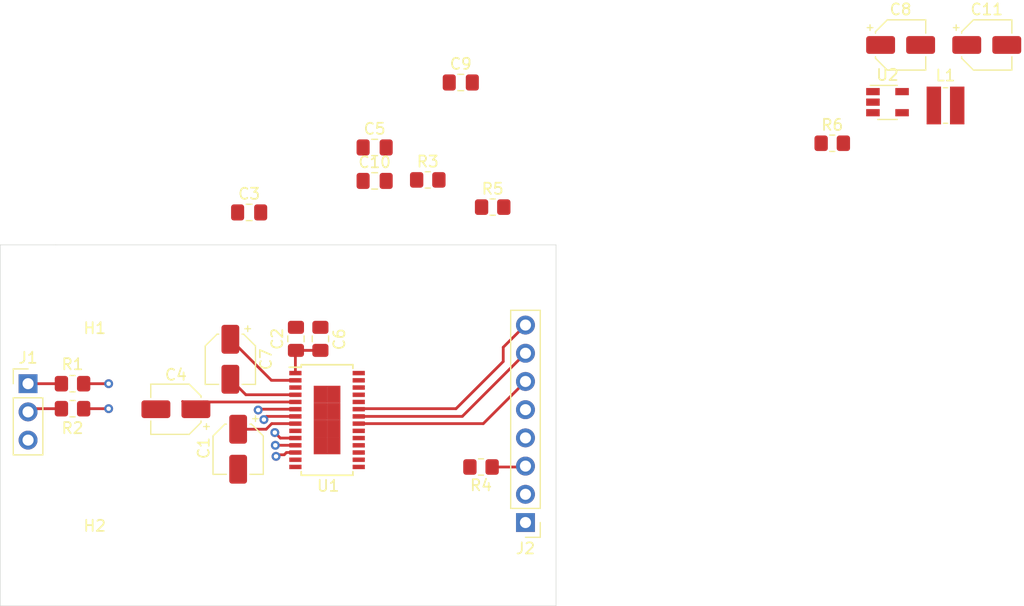
<source format=kicad_pcb>
(kicad_pcb (version 20171130) (host pcbnew "(5.1.9-0-10_14)")

  (general
    (thickness 1.6)
    (drawings 6)
    (tracks 51)
    (zones 0)
    (modules 24)
    (nets 29)
  )

  (page A4)
  (layers
    (0 F.Cu signal)
    (31 B.Cu signal)
    (32 B.Adhes user)
    (33 F.Adhes user)
    (34 B.Paste user)
    (35 F.Paste user)
    (36 B.SilkS user)
    (37 F.SilkS user)
    (38 B.Mask user hide)
    (39 F.Mask user)
    (40 Dwgs.User user)
    (41 Cmts.User user)
    (42 Eco1.User user)
    (43 Eco2.User user)
    (44 Edge.Cuts user)
    (45 Margin user)
    (46 B.CrtYd user)
    (47 F.CrtYd user)
    (48 B.Fab user)
    (49 F.Fab user hide)
  )

  (setup
    (last_trace_width 0.25)
    (trace_clearance 0.2)
    (zone_clearance 0.508)
    (zone_45_only no)
    (trace_min 0.2)
    (via_size 0.8)
    (via_drill 0.4)
    (via_min_size 0.4)
    (via_min_drill 0.3)
    (uvia_size 0.3)
    (uvia_drill 0.1)
    (uvias_allowed no)
    (uvia_min_size 0.2)
    (uvia_min_drill 0.1)
    (edge_width 0.05)
    (segment_width 0.2)
    (pcb_text_width 0.3)
    (pcb_text_size 1.5 1.5)
    (mod_edge_width 0.12)
    (mod_text_size 1 1)
    (mod_text_width 0.15)
    (pad_size 1.524 1.524)
    (pad_drill 0.762)
    (pad_to_mask_clearance 0)
    (aux_axis_origin 0 0)
    (visible_elements FFFFFF7F)
    (pcbplotparams
      (layerselection 0x010fc_ffffffff)
      (usegerberextensions false)
      (usegerberattributes true)
      (usegerberadvancedattributes true)
      (creategerberjobfile true)
      (excludeedgelayer true)
      (linewidth 0.100000)
      (plotframeref false)
      (viasonmask false)
      (mode 1)
      (useauxorigin false)
      (hpglpennumber 1)
      (hpglpenspeed 20)
      (hpglpendiameter 15.000000)
      (psnegative false)
      (psa4output false)
      (plotreference true)
      (plotvalue true)
      (plotinvisibletext false)
      (padsonsilk false)
      (subtractmaskfromsilk false)
      (outputformat 1)
      (mirror false)
      (drillshape 1)
      (scaleselection 1)
      (outputdirectory ""))
  )

  (net 0 "")
  (net 1 GND)
  (net 2 OUTL)
  (net 3 "Net-(C4-Pad1)")
  (net 4 OUTR)
  (net 5 "Net-(C7-Pad2)")
  (net 6 "Net-(C7-Pad1)")
  (net 7 "Net-(C9-Pad2)")
  (net 8 /MUTE)
  (net 9 /SDA)
  (net 10 /SCL)
  (net 11 /LRCK)
  (net 12 /DIN)
  (net 13 /BCK)
  (net 14 "Net-(R1-Pad1)")
  (net 15 "Net-(U1-Pad20)")
  (net 16 "Net-(U1-Pad19)")
  (net 17 "Net-(U1-Pad15)")
  (net 18 "Net-(U1-Pad14)")
  (net 19 "Net-(U1-Pad13)")
  (net 20 "Net-(R2-Pad2)")
  (net 21 "Net-(R3-Pad1)")
  (net 22 "Net-(R4-Pad2)")
  (net 23 "Net-(R5-Pad2)")
  (net 24 /VCC)
  (net 25 +3V3)
  (net 26 /+3.3V)
  (net 27 "Net-(L1-Pad1)")
  (net 28 "Net-(R6-Pad1)")

  (net_class Default "This is the default net class."
    (clearance 0.2)
    (trace_width 0.25)
    (via_dia 0.8)
    (via_drill 0.4)
    (uvia_dia 0.3)
    (uvia_drill 0.1)
    (add_net +3V3)
    (add_net /+3.3V)
    (add_net /BCK)
    (add_net /DIN)
    (add_net /LRCK)
    (add_net /MUTE)
    (add_net /SCL)
    (add_net /SDA)
    (add_net /VCC)
    (add_net GND)
    (add_net "Net-(C4-Pad1)")
    (add_net "Net-(C7-Pad1)")
    (add_net "Net-(C7-Pad2)")
    (add_net "Net-(C9-Pad2)")
    (add_net "Net-(L1-Pad1)")
    (add_net "Net-(R1-Pad1)")
    (add_net "Net-(R2-Pad2)")
    (add_net "Net-(R3-Pad1)")
    (add_net "Net-(R4-Pad2)")
    (add_net "Net-(R5-Pad2)")
    (add_net "Net-(R6-Pad1)")
    (add_net "Net-(U1-Pad13)")
    (add_net "Net-(U1-Pad14)")
    (add_net "Net-(U1-Pad15)")
    (add_net "Net-(U1-Pad19)")
    (add_net "Net-(U1-Pad20)")
    (add_net OUTL)
    (add_net OUTR)
  )

  (module Package_TO_SOT_SMD:TSOT-23-5 (layer F.Cu) (tedit 5A02FF57) (tstamp 607CFAA9)
    (at 209.82 79.65)
    (descr "5-pin TSOT23 package, http://cds.linear.com/docs/en/packaging/SOT_5_05-08-1635.pdf")
    (tags TSOT-23-5)
    (path /607D7373)
    (attr smd)
    (fp_text reference U2 (at 0 -2.45) (layer F.SilkS)
      (effects (font (size 1 1) (thickness 0.15)))
    )
    (fp_text value LM3670MF (at 0 2.5) (layer F.Fab)
      (effects (font (size 1 1) (thickness 0.15)))
    )
    (fp_text user %R (at 0 0 90) (layer F.Fab)
      (effects (font (size 0.5 0.5) (thickness 0.075)))
    )
    (fp_line (start -0.88 1.56) (end 0.88 1.56) (layer F.SilkS) (width 0.12))
    (fp_line (start 0.88 -1.51) (end -1.55 -1.51) (layer F.SilkS) (width 0.12))
    (fp_line (start -0.88 -1) (end -0.43 -1.45) (layer F.Fab) (width 0.1))
    (fp_line (start 0.88 -1.45) (end -0.43 -1.45) (layer F.Fab) (width 0.1))
    (fp_line (start -0.88 -1) (end -0.88 1.45) (layer F.Fab) (width 0.1))
    (fp_line (start 0.88 1.45) (end -0.88 1.45) (layer F.Fab) (width 0.1))
    (fp_line (start 0.88 -1.45) (end 0.88 1.45) (layer F.Fab) (width 0.1))
    (fp_line (start -2.17 -1.7) (end 2.17 -1.7) (layer F.CrtYd) (width 0.05))
    (fp_line (start -2.17 -1.7) (end -2.17 1.7) (layer F.CrtYd) (width 0.05))
    (fp_line (start 2.17 1.7) (end 2.17 -1.7) (layer F.CrtYd) (width 0.05))
    (fp_line (start 2.17 1.7) (end -2.17 1.7) (layer F.CrtYd) (width 0.05))
    (pad 5 smd rect (at 1.31 -0.95) (size 1.22 0.65) (layers F.Cu F.Paste F.Mask)
      (net 27 "Net-(L1-Pad1)"))
    (pad 4 smd rect (at 1.31 0.95) (size 1.22 0.65) (layers F.Cu F.Paste F.Mask)
      (net 26 /+3.3V))
    (pad 3 smd rect (at -1.31 0.95) (size 1.22 0.65) (layers F.Cu F.Paste F.Mask)
      (net 28 "Net-(R6-Pad1)"))
    (pad 2 smd rect (at -1.31 0) (size 1.22 0.65) (layers F.Cu F.Paste F.Mask)
      (net 1 GND))
    (pad 1 smd rect (at -1.31 -0.95) (size 1.22 0.65) (layers F.Cu F.Paste F.Mask)
      (net 24 /VCC))
    (model ${KISYS3DMOD}/Package_TO_SOT_SMD.3dshapes/TSOT-23-5.wrl
      (at (xyz 0 0 0))
      (scale (xyz 1 1 1))
      (rotate (xyz 0 0 0))
    )
  )

  (module Resistor_SMD:R_0805_2012Metric_Pad1.20x1.40mm_HandSolder (layer F.Cu) (tedit 5F68FEEE) (tstamp 607CFA24)
    (at 204.85 83.35)
    (descr "Resistor SMD 0805 (2012 Metric), square (rectangular) end terminal, IPC_7351 nominal with elongated pad for handsoldering. (Body size source: IPC-SM-782 page 72, https://www.pcb-3d.com/wordpress/wp-content/uploads/ipc-sm-782a_amendment_1_and_2.pdf), generated with kicad-footprint-generator")
    (tags "resistor handsolder")
    (path /6086064B)
    (attr smd)
    (fp_text reference R6 (at 0 -1.65) (layer F.SilkS)
      (effects (font (size 1 1) (thickness 0.15)))
    )
    (fp_text value 100K (at 0 1.65) (layer F.Fab)
      (effects (font (size 1 1) (thickness 0.15)))
    )
    (fp_text user %R (at 0 0) (layer F.Fab)
      (effects (font (size 0.5 0.5) (thickness 0.08)))
    )
    (fp_line (start -1 0.625) (end -1 -0.625) (layer F.Fab) (width 0.1))
    (fp_line (start -1 -0.625) (end 1 -0.625) (layer F.Fab) (width 0.1))
    (fp_line (start 1 -0.625) (end 1 0.625) (layer F.Fab) (width 0.1))
    (fp_line (start 1 0.625) (end -1 0.625) (layer F.Fab) (width 0.1))
    (fp_line (start -0.227064 -0.735) (end 0.227064 -0.735) (layer F.SilkS) (width 0.12))
    (fp_line (start -0.227064 0.735) (end 0.227064 0.735) (layer F.SilkS) (width 0.12))
    (fp_line (start -1.85 0.95) (end -1.85 -0.95) (layer F.CrtYd) (width 0.05))
    (fp_line (start -1.85 -0.95) (end 1.85 -0.95) (layer F.CrtYd) (width 0.05))
    (fp_line (start 1.85 -0.95) (end 1.85 0.95) (layer F.CrtYd) (width 0.05))
    (fp_line (start 1.85 0.95) (end -1.85 0.95) (layer F.CrtYd) (width 0.05))
    (pad 2 smd roundrect (at 1 0) (size 1.2 1.4) (layers F.Cu F.Paste F.Mask) (roundrect_rratio 0.208333)
      (net 24 /VCC))
    (pad 1 smd roundrect (at -1 0) (size 1.2 1.4) (layers F.Cu F.Paste F.Mask) (roundrect_rratio 0.208333)
      (net 28 "Net-(R6-Pad1)"))
    (model ${KISYS3DMOD}/Resistor_SMD.3dshapes/R_0805_2012Metric.wrl
      (at (xyz 0 0 0))
      (scale (xyz 1 1 1))
      (rotate (xyz 0 0 0))
    )
  )

  (module Inductor_SMD:L_Wuerth_MAPI-3015 (layer F.Cu) (tedit 5990349D) (tstamp 607CF973)
    (at 215.04 79.95)
    (descr "Inductor, Wuerth Elektronik, Wuerth_MAPI-3015, 3.0mmx3.0mm")
    (tags "inductor Wuerth smd")
    (path /60823A72)
    (attr smd)
    (fp_text reference L1 (at 0 -2.7) (layer F.SilkS)
      (effects (font (size 1 1) (thickness 0.15)))
    )
    (fp_text value 2.2U (at 0 3.2) (layer F.Fab)
      (effects (font (size 1 1) (thickness 0.15)))
    )
    (fp_text user %R (at 0 0) (layer F.Fab)
      (effects (font (size 0.7 0.7) (thickness 0.105)))
    )
    (fp_line (start -1.5 -1.5) (end -1.5 1.5) (layer F.Fab) (width 0.1))
    (fp_line (start -1.5 1.5) (end 1.5 1.5) (layer F.Fab) (width 0.1))
    (fp_line (start 1.5 1.5) (end 1.5 -1.5) (layer F.Fab) (width 0.1))
    (fp_line (start 1.5 -1.5) (end -1.5 -1.5) (layer F.Fab) (width 0.1))
    (fp_line (start -2 -2) (end -2 2) (layer F.CrtYd) (width 0.05))
    (fp_line (start -2 2) (end 2 2) (layer F.CrtYd) (width 0.05))
    (fp_line (start 2 2) (end 2 -2) (layer F.CrtYd) (width 0.05))
    (fp_line (start 2 -2) (end -2 -2) (layer F.CrtYd) (width 0.05))
    (fp_line (start -0.2 -1.6) (end 0.2 -1.6) (layer F.SilkS) (width 0.12))
    (fp_line (start -0.2 1.6) (end 0.2 1.6) (layer F.SilkS) (width 0.12))
    (pad 2 smd rect (at 1.05 0) (size 1.3 3.4) (layers F.Cu F.Paste F.Mask)
      (net 26 /+3.3V))
    (pad 1 smd rect (at -1.05 0) (size 1.3 3.4) (layers F.Cu F.Paste F.Mask)
      (net 27 "Net-(L1-Pad1)"))
    (model ${KISYS3DMOD}/Inductor_SMD.3dshapes/L_Wuerth_MAPI-3015.wrl
      (at (xyz 0 0 0))
      (scale (xyz 1 1 1))
      (rotate (xyz 0 0 0))
    )
  )

  (module Connector_PinHeader_2.54mm:PinHeader_1x08_P2.54mm_Vertical (layer F.Cu) (tedit 59FED5CC) (tstamp 607CF962)
    (at 177.25 117.5 180)
    (descr "Through hole straight pin header, 1x08, 2.54mm pitch, single row")
    (tags "Through hole pin header THT 1x08 2.54mm single row")
    (path /6081D9AD)
    (fp_text reference J2 (at 0 -2.33) (layer F.SilkS)
      (effects (font (size 1 1) (thickness 0.15)))
    )
    (fp_text value Conn_01x08_Male (at 0 20.11) (layer F.Fab)
      (effects (font (size 1 1) (thickness 0.15)))
    )
    (fp_text user %R (at 0 8.89 90) (layer F.Fab)
      (effects (font (size 1 1) (thickness 0.15)))
    )
    (fp_line (start -0.635 -1.27) (end 1.27 -1.27) (layer F.Fab) (width 0.1))
    (fp_line (start 1.27 -1.27) (end 1.27 19.05) (layer F.Fab) (width 0.1))
    (fp_line (start 1.27 19.05) (end -1.27 19.05) (layer F.Fab) (width 0.1))
    (fp_line (start -1.27 19.05) (end -1.27 -0.635) (layer F.Fab) (width 0.1))
    (fp_line (start -1.27 -0.635) (end -0.635 -1.27) (layer F.Fab) (width 0.1))
    (fp_line (start -1.33 19.11) (end 1.33 19.11) (layer F.SilkS) (width 0.12))
    (fp_line (start -1.33 1.27) (end -1.33 19.11) (layer F.SilkS) (width 0.12))
    (fp_line (start 1.33 1.27) (end 1.33 19.11) (layer F.SilkS) (width 0.12))
    (fp_line (start -1.33 1.27) (end 1.33 1.27) (layer F.SilkS) (width 0.12))
    (fp_line (start -1.33 0) (end -1.33 -1.33) (layer F.SilkS) (width 0.12))
    (fp_line (start -1.33 -1.33) (end 0 -1.33) (layer F.SilkS) (width 0.12))
    (fp_line (start -1.8 -1.8) (end -1.8 19.55) (layer F.CrtYd) (width 0.05))
    (fp_line (start -1.8 19.55) (end 1.8 19.55) (layer F.CrtYd) (width 0.05))
    (fp_line (start 1.8 19.55) (end 1.8 -1.8) (layer F.CrtYd) (width 0.05))
    (fp_line (start 1.8 -1.8) (end -1.8 -1.8) (layer F.CrtYd) (width 0.05))
    (pad 8 thru_hole oval (at 0 17.78 180) (size 1.7 1.7) (drill 1) (layers *.Cu *.Mask)
      (net 11 /LRCK))
    (pad 7 thru_hole oval (at 0 15.24 180) (size 1.7 1.7) (drill 1) (layers *.Cu *.Mask)
      (net 12 /DIN))
    (pad 6 thru_hole oval (at 0 12.7 180) (size 1.7 1.7) (drill 1) (layers *.Cu *.Mask)
      (net 13 /BCK))
    (pad 5 thru_hole oval (at 0 10.16 180) (size 1.7 1.7) (drill 1) (layers *.Cu *.Mask)
      (net 10 /SCL))
    (pad 4 thru_hole oval (at 0 7.62 180) (size 1.7 1.7) (drill 1) (layers *.Cu *.Mask)
      (net 9 /SDA))
    (pad 3 thru_hole oval (at 0 5.08 180) (size 1.7 1.7) (drill 1) (layers *.Cu *.Mask)
      (net 8 /MUTE))
    (pad 2 thru_hole oval (at 0 2.54 180) (size 1.7 1.7) (drill 1) (layers *.Cu *.Mask)
      (net 1 GND))
    (pad 1 thru_hole rect (at 0 0 180) (size 1.7 1.7) (drill 1) (layers *.Cu *.Mask)
      (net 24 /VCC))
    (model ${KISYS3DMOD}/Connector_PinHeader_2.54mm.3dshapes/PinHeader_1x08_P2.54mm_Vertical.wrl
      (at (xyz 0 0 0))
      (scale (xyz 1 1 1))
      (rotate (xyz 0 0 0))
    )
  )

  (module Connector_PinHeader_2.54mm:PinHeader_1x03_P2.54mm_Vertical (layer F.Cu) (tedit 59FED5CC) (tstamp 607CF946)
    (at 132.5 105)
    (descr "Through hole straight pin header, 1x03, 2.54mm pitch, single row")
    (tags "Through hole pin header THT 1x03 2.54mm single row")
    (path /608C9FA6)
    (fp_text reference J1 (at 0 -2.33) (layer F.SilkS)
      (effects (font (size 1 1) (thickness 0.15)))
    )
    (fp_text value Conn_01x03_Male (at 0 7.41) (layer F.Fab)
      (effects (font (size 1 1) (thickness 0.15)))
    )
    (fp_text user %R (at 0 2.54 90) (layer F.Fab)
      (effects (font (size 1 1) (thickness 0.15)))
    )
    (fp_line (start -0.635 -1.27) (end 1.27 -1.27) (layer F.Fab) (width 0.1))
    (fp_line (start 1.27 -1.27) (end 1.27 6.35) (layer F.Fab) (width 0.1))
    (fp_line (start 1.27 6.35) (end -1.27 6.35) (layer F.Fab) (width 0.1))
    (fp_line (start -1.27 6.35) (end -1.27 -0.635) (layer F.Fab) (width 0.1))
    (fp_line (start -1.27 -0.635) (end -0.635 -1.27) (layer F.Fab) (width 0.1))
    (fp_line (start -1.33 6.41) (end 1.33 6.41) (layer F.SilkS) (width 0.12))
    (fp_line (start -1.33 1.27) (end -1.33 6.41) (layer F.SilkS) (width 0.12))
    (fp_line (start 1.33 1.27) (end 1.33 6.41) (layer F.SilkS) (width 0.12))
    (fp_line (start -1.33 1.27) (end 1.33 1.27) (layer F.SilkS) (width 0.12))
    (fp_line (start -1.33 0) (end -1.33 -1.33) (layer F.SilkS) (width 0.12))
    (fp_line (start -1.33 -1.33) (end 0 -1.33) (layer F.SilkS) (width 0.12))
    (fp_line (start -1.8 -1.8) (end -1.8 6.85) (layer F.CrtYd) (width 0.05))
    (fp_line (start -1.8 6.85) (end 1.8 6.85) (layer F.CrtYd) (width 0.05))
    (fp_line (start 1.8 6.85) (end 1.8 -1.8) (layer F.CrtYd) (width 0.05))
    (fp_line (start 1.8 -1.8) (end -1.8 -1.8) (layer F.CrtYd) (width 0.05))
    (pad 3 thru_hole oval (at 0 5.08) (size 1.7 1.7) (drill 1) (layers *.Cu *.Mask)
      (net 1 GND))
    (pad 2 thru_hole oval (at 0 2.54) (size 1.7 1.7) (drill 1) (layers *.Cu *.Mask)
      (net 4 OUTR))
    (pad 1 thru_hole rect (at 0 0) (size 1.7 1.7) (drill 1) (layers *.Cu *.Mask)
      (net 2 OUTL))
    (model ${KISYS3DMOD}/Connector_PinHeader_2.54mm.3dshapes/PinHeader_1x03_P2.54mm_Vertical.wrl
      (at (xyz 0 0 0))
      (scale (xyz 1 1 1))
      (rotate (xyz 0 0 0))
    )
  )

  (module Capacitor_SMD:CP_Elec_4x4.5 (layer F.Cu) (tedit 5BCA39CF) (tstamp 607CF913)
    (at 218.75 74.5)
    (descr "SMD capacitor, aluminum electrolytic, Nichicon, 4.0x4.5mm")
    (tags "capacitor electrolytic")
    (path /60824BAF)
    (attr smd)
    (fp_text reference C11 (at 0 -3.2) (layer F.SilkS)
      (effects (font (size 1 1) (thickness 0.15)))
    )
    (fp_text value 10U (at 0 3.2) (layer F.Fab)
      (effects (font (size 1 1) (thickness 0.15)))
    )
    (fp_text user %R (at 0 0) (layer F.Fab)
      (effects (font (size 0.8 0.8) (thickness 0.12)))
    )
    (fp_circle (center 0 0) (end 2 0) (layer F.Fab) (width 0.1))
    (fp_line (start 2.15 -2.15) (end 2.15 2.15) (layer F.Fab) (width 0.1))
    (fp_line (start -1.15 -2.15) (end 2.15 -2.15) (layer F.Fab) (width 0.1))
    (fp_line (start -1.15 2.15) (end 2.15 2.15) (layer F.Fab) (width 0.1))
    (fp_line (start -2.15 -1.15) (end -2.15 1.15) (layer F.Fab) (width 0.1))
    (fp_line (start -2.15 -1.15) (end -1.15 -2.15) (layer F.Fab) (width 0.1))
    (fp_line (start -2.15 1.15) (end -1.15 2.15) (layer F.Fab) (width 0.1))
    (fp_line (start -1.574773 -1) (end -1.174773 -1) (layer F.Fab) (width 0.1))
    (fp_line (start -1.374773 -1.2) (end -1.374773 -0.8) (layer F.Fab) (width 0.1))
    (fp_line (start 2.26 2.26) (end 2.26 1.06) (layer F.SilkS) (width 0.12))
    (fp_line (start 2.26 -2.26) (end 2.26 -1.06) (layer F.SilkS) (width 0.12))
    (fp_line (start -1.195563 -2.26) (end 2.26 -2.26) (layer F.SilkS) (width 0.12))
    (fp_line (start -1.195563 2.26) (end 2.26 2.26) (layer F.SilkS) (width 0.12))
    (fp_line (start -2.26 1.195563) (end -2.26 1.06) (layer F.SilkS) (width 0.12))
    (fp_line (start -2.26 -1.195563) (end -2.26 -1.06) (layer F.SilkS) (width 0.12))
    (fp_line (start -2.26 -1.195563) (end -1.195563 -2.26) (layer F.SilkS) (width 0.12))
    (fp_line (start -2.26 1.195563) (end -1.195563 2.26) (layer F.SilkS) (width 0.12))
    (fp_line (start -3 -1.56) (end -2.5 -1.56) (layer F.SilkS) (width 0.12))
    (fp_line (start -2.75 -1.81) (end -2.75 -1.31) (layer F.SilkS) (width 0.12))
    (fp_line (start 2.4 -2.4) (end 2.4 -1.05) (layer F.CrtYd) (width 0.05))
    (fp_line (start 2.4 -1.05) (end 3.35 -1.05) (layer F.CrtYd) (width 0.05))
    (fp_line (start 3.35 -1.05) (end 3.35 1.05) (layer F.CrtYd) (width 0.05))
    (fp_line (start 3.35 1.05) (end 2.4 1.05) (layer F.CrtYd) (width 0.05))
    (fp_line (start 2.4 1.05) (end 2.4 2.4) (layer F.CrtYd) (width 0.05))
    (fp_line (start -1.25 2.4) (end 2.4 2.4) (layer F.CrtYd) (width 0.05))
    (fp_line (start -1.25 -2.4) (end 2.4 -2.4) (layer F.CrtYd) (width 0.05))
    (fp_line (start -2.4 1.25) (end -1.25 2.4) (layer F.CrtYd) (width 0.05))
    (fp_line (start -2.4 -1.25) (end -1.25 -2.4) (layer F.CrtYd) (width 0.05))
    (fp_line (start -2.4 -1.25) (end -2.4 -1.05) (layer F.CrtYd) (width 0.05))
    (fp_line (start -2.4 1.05) (end -2.4 1.25) (layer F.CrtYd) (width 0.05))
    (fp_line (start -2.4 -1.05) (end -3.35 -1.05) (layer F.CrtYd) (width 0.05))
    (fp_line (start -3.35 -1.05) (end -3.35 1.05) (layer F.CrtYd) (width 0.05))
    (fp_line (start -3.35 1.05) (end -2.4 1.05) (layer F.CrtYd) (width 0.05))
    (pad 2 smd roundrect (at 1.8 0) (size 2.6 1.6) (layers F.Cu F.Paste F.Mask) (roundrect_rratio 0.15625)
      (net 26 /+3.3V))
    (pad 1 smd roundrect (at -1.8 0) (size 2.6 1.6) (layers F.Cu F.Paste F.Mask) (roundrect_rratio 0.15625)
      (net 1 GND))
    (model ${KISYS3DMOD}/Capacitor_SMD.3dshapes/CP_Elec_4x4.5.wrl
      (at (xyz 0 0 0))
      (scale (xyz 1 1 1))
      (rotate (xyz 0 0 0))
    )
  )

  (module Capacitor_SMD:CP_Elec_4x4.5 (layer F.Cu) (tedit 5BCA39CF) (tstamp 607CF8AB)
    (at 211 74.5)
    (descr "SMD capacitor, aluminum electrolytic, Nichicon, 4.0x4.5mm")
    (tags "capacitor electrolytic")
    (path /60842A87)
    (attr smd)
    (fp_text reference C8 (at 0 -3.2) (layer F.SilkS)
      (effects (font (size 1 1) (thickness 0.15)))
    )
    (fp_text value 4.7U (at 0 3.2) (layer F.Fab)
      (effects (font (size 1 1) (thickness 0.15)))
    )
    (fp_text user %R (at 0 0) (layer F.Fab)
      (effects (font (size 0.8 0.8) (thickness 0.12)))
    )
    (fp_circle (center 0 0) (end 2 0) (layer F.Fab) (width 0.1))
    (fp_line (start 2.15 -2.15) (end 2.15 2.15) (layer F.Fab) (width 0.1))
    (fp_line (start -1.15 -2.15) (end 2.15 -2.15) (layer F.Fab) (width 0.1))
    (fp_line (start -1.15 2.15) (end 2.15 2.15) (layer F.Fab) (width 0.1))
    (fp_line (start -2.15 -1.15) (end -2.15 1.15) (layer F.Fab) (width 0.1))
    (fp_line (start -2.15 -1.15) (end -1.15 -2.15) (layer F.Fab) (width 0.1))
    (fp_line (start -2.15 1.15) (end -1.15 2.15) (layer F.Fab) (width 0.1))
    (fp_line (start -1.574773 -1) (end -1.174773 -1) (layer F.Fab) (width 0.1))
    (fp_line (start -1.374773 -1.2) (end -1.374773 -0.8) (layer F.Fab) (width 0.1))
    (fp_line (start 2.26 2.26) (end 2.26 1.06) (layer F.SilkS) (width 0.12))
    (fp_line (start 2.26 -2.26) (end 2.26 -1.06) (layer F.SilkS) (width 0.12))
    (fp_line (start -1.195563 -2.26) (end 2.26 -2.26) (layer F.SilkS) (width 0.12))
    (fp_line (start -1.195563 2.26) (end 2.26 2.26) (layer F.SilkS) (width 0.12))
    (fp_line (start -2.26 1.195563) (end -2.26 1.06) (layer F.SilkS) (width 0.12))
    (fp_line (start -2.26 -1.195563) (end -2.26 -1.06) (layer F.SilkS) (width 0.12))
    (fp_line (start -2.26 -1.195563) (end -1.195563 -2.26) (layer F.SilkS) (width 0.12))
    (fp_line (start -2.26 1.195563) (end -1.195563 2.26) (layer F.SilkS) (width 0.12))
    (fp_line (start -3 -1.56) (end -2.5 -1.56) (layer F.SilkS) (width 0.12))
    (fp_line (start -2.75 -1.81) (end -2.75 -1.31) (layer F.SilkS) (width 0.12))
    (fp_line (start 2.4 -2.4) (end 2.4 -1.05) (layer F.CrtYd) (width 0.05))
    (fp_line (start 2.4 -1.05) (end 3.35 -1.05) (layer F.CrtYd) (width 0.05))
    (fp_line (start 3.35 -1.05) (end 3.35 1.05) (layer F.CrtYd) (width 0.05))
    (fp_line (start 3.35 1.05) (end 2.4 1.05) (layer F.CrtYd) (width 0.05))
    (fp_line (start 2.4 1.05) (end 2.4 2.4) (layer F.CrtYd) (width 0.05))
    (fp_line (start -1.25 2.4) (end 2.4 2.4) (layer F.CrtYd) (width 0.05))
    (fp_line (start -1.25 -2.4) (end 2.4 -2.4) (layer F.CrtYd) (width 0.05))
    (fp_line (start -2.4 1.25) (end -1.25 2.4) (layer F.CrtYd) (width 0.05))
    (fp_line (start -2.4 -1.25) (end -1.25 -2.4) (layer F.CrtYd) (width 0.05))
    (fp_line (start -2.4 -1.25) (end -2.4 -1.05) (layer F.CrtYd) (width 0.05))
    (fp_line (start -2.4 1.05) (end -2.4 1.25) (layer F.CrtYd) (width 0.05))
    (fp_line (start -2.4 -1.05) (end -3.35 -1.05) (layer F.CrtYd) (width 0.05))
    (fp_line (start -3.35 -1.05) (end -3.35 1.05) (layer F.CrtYd) (width 0.05))
    (fp_line (start -3.35 1.05) (end -2.4 1.05) (layer F.CrtYd) (width 0.05))
    (pad 2 smd roundrect (at 1.8 0) (size 2.6 1.6) (layers F.Cu F.Paste F.Mask) (roundrect_rratio 0.15625)
      (net 1 GND))
    (pad 1 smd roundrect (at -1.8 0) (size 2.6 1.6) (layers F.Cu F.Paste F.Mask) (roundrect_rratio 0.15625)
      (net 24 /VCC))
    (model ${KISYS3DMOD}/Capacitor_SMD.3dshapes/CP_Elec_4x4.5.wrl
      (at (xyz 0 0 0))
      (scale (xyz 1 1 1))
      (rotate (xyz 0 0 0))
    )
  )

  (module Package_SO:TSSOP-28-1EP_4.4x9.7mm_P0.65mm (layer F.Cu) (tedit 5A02F25C) (tstamp 607B5AD0)
    (at 159.4 108.27125)
    (descr "TSSOP28: plastic thin shrink small outline package; 28 leads; body width 4.4 mm; Exposed Pad Variation; (see NXP SSOP-TSSOP-VSO-REFLOW.pdf and sot361-1_po.pdf)")
    (tags "SSOP 0.65")
    (path /6073097A)
    (attr smd)
    (fp_text reference U1 (at 0.1 5.92875) (layer F.SilkS)
      (effects (font (size 1 1) (thickness 0.15)))
    )
    (fp_text value PCM512x (at 0 5.9) (layer F.Fab)
      (effects (font (size 1 1) (thickness 0.15)))
    )
    (fp_text user %R (at 0 0) (layer F.Fab)
      (effects (font (size 0.8 0.8) (thickness 0.15)))
    )
    (fp_line (start -1.2 -4.85) (end 2.2 -4.85) (layer F.Fab) (width 0.15))
    (fp_line (start 2.2 -4.85) (end 2.2 4.85) (layer F.Fab) (width 0.15))
    (fp_line (start 2.2 4.85) (end -2.2 4.85) (layer F.Fab) (width 0.15))
    (fp_line (start -2.2 4.85) (end -2.2 -3.85) (layer F.Fab) (width 0.15))
    (fp_line (start -2.2 -3.85) (end -1.2 -4.85) (layer F.Fab) (width 0.15))
    (fp_line (start -3.65 -5.15) (end -3.65 5.15) (layer F.CrtYd) (width 0.05))
    (fp_line (start 3.65 -5.15) (end 3.65 5.15) (layer F.CrtYd) (width 0.05))
    (fp_line (start -3.65 -5.15) (end 3.65 -5.15) (layer F.CrtYd) (width 0.05))
    (fp_line (start -3.65 5.15) (end 3.65 5.15) (layer F.CrtYd) (width 0.05))
    (fp_line (start -2.325 -4.975) (end -2.325 -4.75) (layer F.SilkS) (width 0.15))
    (fp_line (start 2.325 -4.975) (end 2.325 -4.65) (layer F.SilkS) (width 0.15))
    (fp_line (start 2.325 4.975) (end 2.325 4.65) (layer F.SilkS) (width 0.15))
    (fp_line (start -2.325 4.975) (end -2.325 4.65) (layer F.SilkS) (width 0.15))
    (fp_line (start -2.325 -4.975) (end 2.325 -4.975) (layer F.SilkS) (width 0.15))
    (fp_line (start -2.325 4.975) (end 2.325 4.975) (layer F.SilkS) (width 0.15))
    (fp_line (start -2.325 -4.75) (end -3.4 -4.75) (layer F.SilkS) (width 0.15))
    (pad 29 smd rect (at -0.6 -2.31375) (size 1.2 1.5425) (layers F.Cu F.Paste F.Mask)
      (solder_paste_margin_ratio -0.2))
    (pad 29 smd rect (at -0.6 -0.77125) (size 1.2 1.5425) (layers F.Cu F.Paste F.Mask)
      (solder_paste_margin_ratio -0.2))
    (pad 29 smd rect (at -0.6 0.77125) (size 1.2 1.5425) (layers F.Cu F.Paste F.Mask)
      (solder_paste_margin_ratio -0.2))
    (pad 29 smd rect (at -0.6 2.31375) (size 1.2 1.5425) (layers F.Cu F.Paste F.Mask)
      (solder_paste_margin_ratio -0.2))
    (pad 29 smd rect (at 0.6 -2.31375) (size 1.2 1.5425) (layers F.Cu F.Paste F.Mask)
      (solder_paste_margin_ratio -0.2))
    (pad 29 smd rect (at 0.6 -0.77125) (size 1.2 1.5425) (layers F.Cu F.Paste F.Mask)
      (solder_paste_margin_ratio -0.2))
    (pad 29 smd rect (at 0.6 0.77125) (size 1.2 1.5425) (layers F.Cu F.Paste F.Mask)
      (solder_paste_margin_ratio -0.2))
    (pad 29 smd rect (at 0.6 2.31375) (size 1.2 1.5425) (layers F.Cu F.Paste F.Mask)
      (solder_paste_margin_ratio -0.2))
    (pad 28 smd rect (at 2.85 -4.225) (size 1.1 0.4) (layers F.Cu F.Paste F.Mask)
      (net 25 +3V3))
    (pad 27 smd rect (at 2.85 -3.575) (size 1.1 0.4) (layers F.Cu F.Paste F.Mask)
      (net 1 GND))
    (pad 26 smd rect (at 2.85 -2.925) (size 1.1 0.4) (layers F.Cu F.Paste F.Mask)
      (net 7 "Net-(C9-Pad2)"))
    (pad 25 smd rect (at 2.85 -2.275) (size 1.1 0.4) (layers F.Cu F.Paste F.Mask)
      (net 22 "Net-(R4-Pad2)"))
    (pad 24 smd rect (at 2.85 -1.625) (size 1.1 0.4) (layers F.Cu F.Paste F.Mask)
      (net 1 GND))
    (pad 23 smd rect (at 2.85 -0.975) (size 1.1 0.4) (layers F.Cu F.Paste F.Mask)
      (net 11 /LRCK))
    (pad 22 smd rect (at 2.85 -0.325) (size 1.1 0.4) (layers F.Cu F.Paste F.Mask)
      (net 12 /DIN))
    (pad 21 smd rect (at 2.85 0.325) (size 1.1 0.4) (layers F.Cu F.Paste F.Mask)
      (net 13 /BCK))
    (pad 20 smd rect (at 2.85 0.975) (size 1.1 0.4) (layers F.Cu F.Paste F.Mask)
      (net 15 "Net-(U1-Pad20)"))
    (pad 19 smd rect (at 2.85 1.625) (size 1.1 0.4) (layers F.Cu F.Paste F.Mask)
      (net 16 "Net-(U1-Pad19)"))
    (pad 18 smd rect (at 2.85 2.275) (size 1.1 0.4) (layers F.Cu F.Paste F.Mask)
      (net 23 "Net-(R5-Pad2)"))
    (pad 17 smd rect (at 2.85 2.925) (size 1.1 0.4) (layers F.Cu F.Paste F.Mask)
      (net 1 GND))
    (pad 16 smd rect (at 2.85 3.575) (size 1.1 0.4) (layers F.Cu F.Paste F.Mask)
      (net 1 GND))
    (pad 15 smd rect (at 2.85 4.225) (size 1.1 0.4) (layers F.Cu F.Paste F.Mask)
      (net 17 "Net-(U1-Pad15)"))
    (pad 14 smd rect (at -2.85 4.225) (size 1.1 0.4) (layers F.Cu F.Paste F.Mask)
      (net 18 "Net-(U1-Pad14)"))
    (pad 13 smd rect (at -2.85 3.575) (size 1.1 0.4) (layers F.Cu F.Paste F.Mask)
      (net 19 "Net-(U1-Pad13)"))
    (pad 12 smd rect (at -2.85 2.925) (size 1.1 0.4) (layers F.Cu F.Paste F.Mask)
      (net 10 /SCL))
    (pad 11 smd rect (at -2.85 2.275) (size 1.1 0.4) (layers F.Cu F.Paste F.Mask)
      (net 9 /SDA))
    (pad 10 smd rect (at -2.85 1.625) (size 1.1 0.4) (layers F.Cu F.Paste F.Mask)
      (net 21 "Net-(R3-Pad1)"))
    (pad 9 smd rect (at -2.85 0.975) (size 1.1 0.4) (layers F.Cu F.Paste F.Mask)
      (net 1 GND))
    (pad 8 smd rect (at -2.85 0.325) (size 1.1 0.4) (layers F.Cu F.Paste F.Mask)
      (net 24 /VCC))
    (pad 7 smd rect (at -2.85 -0.325) (size 1.1 0.4) (layers F.Cu F.Paste F.Mask)
      (net 20 "Net-(R2-Pad2)"))
    (pad 6 smd rect (at -2.85 -0.975) (size 1.1 0.4) (layers F.Cu F.Paste F.Mask)
      (net 14 "Net-(R1-Pad1)"))
    (pad 5 smd rect (at -2.85 -1.625) (size 1.1 0.4) (layers F.Cu F.Paste F.Mask)
      (net 3 "Net-(C4-Pad1)"))
    (pad 4 smd rect (at -2.85 -2.275) (size 1.1 0.4) (layers F.Cu F.Paste F.Mask)
      (net 5 "Net-(C7-Pad2)"))
    (pad 3 smd rect (at -2.85 -2.925) (size 1.1 0.4) (layers F.Cu F.Paste F.Mask)
      (net 1 GND))
    (pad 2 smd rect (at -2.85 -3.575) (size 1.1 0.4) (layers F.Cu F.Paste F.Mask)
      (net 6 "Net-(C7-Pad1)"))
    (pad 1 smd rect (at -2.85 -4.225) (size 1.1 0.4) (layers F.Cu F.Paste F.Mask)
      (net 24 /VCC))
    (model ${KISYS3DMOD}/Package_SO.3dshapes/TSSOP-28_4.4x9.7mm_Pitch0.65mm.wrl
      (at (xyz 0 0 0))
      (scale (xyz 1 1 1))
      (rotate (xyz 0 0 0))
    )
  )

  (module Resistor_SMD:R_0805_2012Metric_Pad1.20x1.40mm_HandSolder (layer F.Cu) (tedit 5F68FEEE) (tstamp 607B5A97)
    (at 174.3 89.1)
    (descr "Resistor SMD 0805 (2012 Metric), square (rectangular) end terminal, IPC_7351 nominal with elongated pad for handsoldering. (Body size source: IPC-SM-782 page 72, https://www.pcb-3d.com/wordpress/wp-content/uploads/ipc-sm-782a_amendment_1_and_2.pdf), generated with kicad-footprint-generator")
    (tags "resistor handsolder")
    (path /60B72279)
    (attr smd)
    (fp_text reference R5 (at 0 -1.65) (layer F.SilkS)
      (effects (font (size 1 1) (thickness 0.15)))
    )
    (fp_text value 10K (at 0 1.65) (layer F.Fab)
      (effects (font (size 1 1) (thickness 0.15)))
    )
    (fp_text user %R (at 0 0) (layer F.Fab)
      (effects (font (size 0.5 0.5) (thickness 0.08)))
    )
    (fp_line (start -1 0.625) (end -1 -0.625) (layer F.Fab) (width 0.1))
    (fp_line (start -1 -0.625) (end 1 -0.625) (layer F.Fab) (width 0.1))
    (fp_line (start 1 -0.625) (end 1 0.625) (layer F.Fab) (width 0.1))
    (fp_line (start 1 0.625) (end -1 0.625) (layer F.Fab) (width 0.1))
    (fp_line (start -0.227064 -0.735) (end 0.227064 -0.735) (layer F.SilkS) (width 0.12))
    (fp_line (start -0.227064 0.735) (end 0.227064 0.735) (layer F.SilkS) (width 0.12))
    (fp_line (start -1.85 0.95) (end -1.85 -0.95) (layer F.CrtYd) (width 0.05))
    (fp_line (start -1.85 -0.95) (end 1.85 -0.95) (layer F.CrtYd) (width 0.05))
    (fp_line (start 1.85 -0.95) (end 1.85 0.95) (layer F.CrtYd) (width 0.05))
    (fp_line (start 1.85 0.95) (end -1.85 0.95) (layer F.CrtYd) (width 0.05))
    (pad 2 smd roundrect (at 1 0) (size 1.2 1.4) (layers F.Cu F.Paste F.Mask) (roundrect_rratio 0.208333)
      (net 23 "Net-(R5-Pad2)"))
    (pad 1 smd roundrect (at -1 0) (size 1.2 1.4) (layers F.Cu F.Paste F.Mask) (roundrect_rratio 0.208333)
      (net 25 +3V3))
    (model ${KISYS3DMOD}/Resistor_SMD.3dshapes/R_0805_2012Metric.wrl
      (at (xyz 0 0 0))
      (scale (xyz 1 1 1))
      (rotate (xyz 0 0 0))
    )
  )

  (module Resistor_SMD:R_0805_2012Metric_Pad1.20x1.40mm_HandSolder (layer F.Cu) (tedit 5F68FEEE) (tstamp 607B753A)
    (at 173.25 112.5 180)
    (descr "Resistor SMD 0805 (2012 Metric), square (rectangular) end terminal, IPC_7351 nominal with elongated pad for handsoldering. (Body size source: IPC-SM-782 page 72, https://www.pcb-3d.com/wordpress/wp-content/uploads/ipc-sm-782a_amendment_1_and_2.pdf), generated with kicad-footprint-generator")
    (tags "resistor handsolder")
    (path /60B66A85)
    (attr smd)
    (fp_text reference R4 (at 0 -1.65) (layer F.SilkS)
      (effects (font (size 1 1) (thickness 0.15)))
    )
    (fp_text value 10K (at 0 1.65) (layer F.Fab)
      (effects (font (size 1 1) (thickness 0.15)))
    )
    (fp_text user %R (at 0 0) (layer F.Fab)
      (effects (font (size 0.5 0.5) (thickness 0.08)))
    )
    (fp_line (start -1 0.625) (end -1 -0.625) (layer F.Fab) (width 0.1))
    (fp_line (start -1 -0.625) (end 1 -0.625) (layer F.Fab) (width 0.1))
    (fp_line (start 1 -0.625) (end 1 0.625) (layer F.Fab) (width 0.1))
    (fp_line (start 1 0.625) (end -1 0.625) (layer F.Fab) (width 0.1))
    (fp_line (start -0.227064 -0.735) (end 0.227064 -0.735) (layer F.SilkS) (width 0.12))
    (fp_line (start -0.227064 0.735) (end 0.227064 0.735) (layer F.SilkS) (width 0.12))
    (fp_line (start -1.85 0.95) (end -1.85 -0.95) (layer F.CrtYd) (width 0.05))
    (fp_line (start -1.85 -0.95) (end 1.85 -0.95) (layer F.CrtYd) (width 0.05))
    (fp_line (start 1.85 -0.95) (end 1.85 0.95) (layer F.CrtYd) (width 0.05))
    (fp_line (start 1.85 0.95) (end -1.85 0.95) (layer F.CrtYd) (width 0.05))
    (pad 2 smd roundrect (at 1 0 180) (size 1.2 1.4) (layers F.Cu F.Paste F.Mask) (roundrect_rratio 0.208333)
      (net 22 "Net-(R4-Pad2)"))
    (pad 1 smd roundrect (at -1 0 180) (size 1.2 1.4) (layers F.Cu F.Paste F.Mask) (roundrect_rratio 0.208333)
      (net 8 /MUTE))
    (model ${KISYS3DMOD}/Resistor_SMD.3dshapes/R_0805_2012Metric.wrl
      (at (xyz 0 0 0))
      (scale (xyz 1 1 1))
      (rotate (xyz 0 0 0))
    )
  )

  (module Resistor_SMD:R_0805_2012Metric_Pad1.20x1.40mm_HandSolder (layer F.Cu) (tedit 5F68FEEE) (tstamp 607B74D9)
    (at 168.46 86.65)
    (descr "Resistor SMD 0805 (2012 Metric), square (rectangular) end terminal, IPC_7351 nominal with elongated pad for handsoldering. (Body size source: IPC-SM-782 page 72, https://www.pcb-3d.com/wordpress/wp-content/uploads/ipc-sm-782a_amendment_1_and_2.pdf), generated with kicad-footprint-generator")
    (tags "resistor handsolder")
    (path /60B5DB49)
    (attr smd)
    (fp_text reference R3 (at 0 -1.65) (layer F.SilkS)
      (effects (font (size 1 1) (thickness 0.15)))
    )
    (fp_text value 10K (at 0 1.65) (layer F.Fab)
      (effects (font (size 1 1) (thickness 0.15)))
    )
    (fp_text user %R (at 0 0) (layer F.Fab)
      (effects (font (size 0.5 0.5) (thickness 0.08)))
    )
    (fp_line (start -1 0.625) (end -1 -0.625) (layer F.Fab) (width 0.1))
    (fp_line (start -1 -0.625) (end 1 -0.625) (layer F.Fab) (width 0.1))
    (fp_line (start 1 -0.625) (end 1 0.625) (layer F.Fab) (width 0.1))
    (fp_line (start 1 0.625) (end -1 0.625) (layer F.Fab) (width 0.1))
    (fp_line (start -0.227064 -0.735) (end 0.227064 -0.735) (layer F.SilkS) (width 0.12))
    (fp_line (start -0.227064 0.735) (end 0.227064 0.735) (layer F.SilkS) (width 0.12))
    (fp_line (start -1.85 0.95) (end -1.85 -0.95) (layer F.CrtYd) (width 0.05))
    (fp_line (start -1.85 -0.95) (end 1.85 -0.95) (layer F.CrtYd) (width 0.05))
    (fp_line (start 1.85 -0.95) (end 1.85 0.95) (layer F.CrtYd) (width 0.05))
    (fp_line (start 1.85 0.95) (end -1.85 0.95) (layer F.CrtYd) (width 0.05))
    (pad 2 smd roundrect (at 1 0) (size 1.2 1.4) (layers F.Cu F.Paste F.Mask) (roundrect_rratio 0.208333)
      (net 1 GND))
    (pad 1 smd roundrect (at -1 0) (size 1.2 1.4) (layers F.Cu F.Paste F.Mask) (roundrect_rratio 0.208333)
      (net 21 "Net-(R3-Pad1)"))
    (model ${KISYS3DMOD}/Resistor_SMD.3dshapes/R_0805_2012Metric.wrl
      (at (xyz 0 0 0))
      (scale (xyz 1 1 1))
      (rotate (xyz 0 0 0))
    )
  )

  (module Resistor_SMD:R_0805_2012Metric_Pad1.20x1.40mm_HandSolder (layer F.Cu) (tedit 5F68FEEE) (tstamp 607B5A64)
    (at 136.5 107.25)
    (descr "Resistor SMD 0805 (2012 Metric), square (rectangular) end terminal, IPC_7351 nominal with elongated pad for handsoldering. (Body size source: IPC-SM-782 page 72, https://www.pcb-3d.com/wordpress/wp-content/uploads/ipc-sm-782a_amendment_1_and_2.pdf), generated with kicad-footprint-generator")
    (tags "resistor handsolder")
    (path /6074546B)
    (attr smd)
    (fp_text reference R2 (at 0 1.75) (layer F.SilkS)
      (effects (font (size 1 1) (thickness 0.15)))
    )
    (fp_text value 470 (at 0 1.65) (layer F.Fab)
      (effects (font (size 1 1) (thickness 0.15)))
    )
    (fp_text user %R (at 0 0) (layer F.Fab)
      (effects (font (size 0.5 0.5) (thickness 0.08)))
    )
    (fp_line (start -1 0.625) (end -1 -0.625) (layer F.Fab) (width 0.1))
    (fp_line (start -1 -0.625) (end 1 -0.625) (layer F.Fab) (width 0.1))
    (fp_line (start 1 -0.625) (end 1 0.625) (layer F.Fab) (width 0.1))
    (fp_line (start 1 0.625) (end -1 0.625) (layer F.Fab) (width 0.1))
    (fp_line (start -0.227064 -0.735) (end 0.227064 -0.735) (layer F.SilkS) (width 0.12))
    (fp_line (start -0.227064 0.735) (end 0.227064 0.735) (layer F.SilkS) (width 0.12))
    (fp_line (start -1.85 0.95) (end -1.85 -0.95) (layer F.CrtYd) (width 0.05))
    (fp_line (start -1.85 -0.95) (end 1.85 -0.95) (layer F.CrtYd) (width 0.05))
    (fp_line (start 1.85 -0.95) (end 1.85 0.95) (layer F.CrtYd) (width 0.05))
    (fp_line (start 1.85 0.95) (end -1.85 0.95) (layer F.CrtYd) (width 0.05))
    (pad 2 smd roundrect (at 1 0) (size 1.2 1.4) (layers F.Cu F.Paste F.Mask) (roundrect_rratio 0.208333)
      (net 20 "Net-(R2-Pad2)"))
    (pad 1 smd roundrect (at -1 0) (size 1.2 1.4) (layers F.Cu F.Paste F.Mask) (roundrect_rratio 0.208333)
      (net 4 OUTR))
    (model ${KISYS3DMOD}/Resistor_SMD.3dshapes/R_0805_2012Metric.wrl
      (at (xyz 0 0 0))
      (scale (xyz 1 1 1))
      (rotate (xyz 0 0 0))
    )
  )

  (module Resistor_SMD:R_0805_2012Metric_Pad1.20x1.40mm_HandSolder (layer F.Cu) (tedit 5F68FEEE) (tstamp 607B761E)
    (at 136.5 105 180)
    (descr "Resistor SMD 0805 (2012 Metric), square (rectangular) end terminal, IPC_7351 nominal with elongated pad for handsoldering. (Body size source: IPC-SM-782 page 72, https://www.pcb-3d.com/wordpress/wp-content/uploads/ipc-sm-782a_amendment_1_and_2.pdf), generated with kicad-footprint-generator")
    (tags "resistor handsolder")
    (path /60742813)
    (attr smd)
    (fp_text reference R1 (at 0 1.75) (layer F.SilkS)
      (effects (font (size 1 1) (thickness 0.15)))
    )
    (fp_text value 470 (at 0 1.65) (layer F.Fab)
      (effects (font (size 1 1) (thickness 0.15)))
    )
    (fp_text user %R (at 0 0) (layer F.Fab)
      (effects (font (size 0.5 0.5) (thickness 0.08)))
    )
    (fp_line (start -1 0.625) (end -1 -0.625) (layer F.Fab) (width 0.1))
    (fp_line (start -1 -0.625) (end 1 -0.625) (layer F.Fab) (width 0.1))
    (fp_line (start 1 -0.625) (end 1 0.625) (layer F.Fab) (width 0.1))
    (fp_line (start 1 0.625) (end -1 0.625) (layer F.Fab) (width 0.1))
    (fp_line (start -0.227064 -0.735) (end 0.227064 -0.735) (layer F.SilkS) (width 0.12))
    (fp_line (start -0.227064 0.735) (end 0.227064 0.735) (layer F.SilkS) (width 0.12))
    (fp_line (start -1.85 0.95) (end -1.85 -0.95) (layer F.CrtYd) (width 0.05))
    (fp_line (start -1.85 -0.95) (end 1.85 -0.95) (layer F.CrtYd) (width 0.05))
    (fp_line (start 1.85 -0.95) (end 1.85 0.95) (layer F.CrtYd) (width 0.05))
    (fp_line (start 1.85 0.95) (end -1.85 0.95) (layer F.CrtYd) (width 0.05))
    (pad 2 smd roundrect (at 1 0 180) (size 1.2 1.4) (layers F.Cu F.Paste F.Mask) (roundrect_rratio 0.208333)
      (net 2 OUTL))
    (pad 1 smd roundrect (at -1 0 180) (size 1.2 1.4) (layers F.Cu F.Paste F.Mask) (roundrect_rratio 0.208333)
      (net 14 "Net-(R1-Pad1)"))
    (model ${KISYS3DMOD}/Resistor_SMD.3dshapes/R_0805_2012Metric.wrl
      (at (xyz 0 0 0))
      (scale (xyz 1 1 1))
      (rotate (xyz 0 0 0))
    )
  )

  (module Capacitor_SMD:C_0805_2012Metric_Pad1.18x1.45mm_HandSolder (layer F.Cu) (tedit 5F68FEEF) (tstamp 607B59EA)
    (at 163.68 86.74)
    (descr "Capacitor SMD 0805 (2012 Metric), square (rectangular) end terminal, IPC_7351 nominal with elongated pad for handsoldering. (Body size source: IPC-SM-782 page 76, https://www.pcb-3d.com/wordpress/wp-content/uploads/ipc-sm-782a_amendment_1_and_2.pdf, https://docs.google.com/spreadsheets/d/1BsfQQcO9C6DZCsRaXUlFlo91Tg2WpOkGARC1WS5S8t0/edit?usp=sharing), generated with kicad-footprint-generator")
    (tags "capacitor handsolder")
    (path /607505C7)
    (attr smd)
    (fp_text reference C10 (at 0 -1.68) (layer F.SilkS)
      (effects (font (size 1 1) (thickness 0.15)))
    )
    (fp_text value 2.2U (at 0 1.68) (layer F.Fab)
      (effects (font (size 1 1) (thickness 0.15)))
    )
    (fp_text user %R (at 0 0) (layer F.Fab)
      (effects (font (size 0.5 0.5) (thickness 0.08)))
    )
    (fp_line (start -1 0.625) (end -1 -0.625) (layer F.Fab) (width 0.1))
    (fp_line (start -1 -0.625) (end 1 -0.625) (layer F.Fab) (width 0.1))
    (fp_line (start 1 -0.625) (end 1 0.625) (layer F.Fab) (width 0.1))
    (fp_line (start 1 0.625) (end -1 0.625) (layer F.Fab) (width 0.1))
    (fp_line (start -0.261252 -0.735) (end 0.261252 -0.735) (layer F.SilkS) (width 0.12))
    (fp_line (start -0.261252 0.735) (end 0.261252 0.735) (layer F.SilkS) (width 0.12))
    (fp_line (start -1.88 0.98) (end -1.88 -0.98) (layer F.CrtYd) (width 0.05))
    (fp_line (start -1.88 -0.98) (end 1.88 -0.98) (layer F.CrtYd) (width 0.05))
    (fp_line (start 1.88 -0.98) (end 1.88 0.98) (layer F.CrtYd) (width 0.05))
    (fp_line (start 1.88 0.98) (end -1.88 0.98) (layer F.CrtYd) (width 0.05))
    (pad 2 smd roundrect (at 1.0375 0) (size 1.175 1.45) (layers F.Cu F.Paste F.Mask) (roundrect_rratio 0.212766)
      (net 25 +3V3))
    (pad 1 smd roundrect (at -1.0375 0) (size 1.175 1.45) (layers F.Cu F.Paste F.Mask) (roundrect_rratio 0.212766)
      (net 1 GND))
    (model ${KISYS3DMOD}/Capacitor_SMD.3dshapes/C_0805_2012Metric.wrl
      (at (xyz 0 0 0))
      (scale (xyz 1 1 1))
      (rotate (xyz 0 0 0))
    )
  )

  (module Capacitor_SMD:C_0805_2012Metric_Pad1.18x1.45mm_HandSolder (layer F.Cu) (tedit 5F68FEEF) (tstamp 607B59D9)
    (at 171.43 77.88)
    (descr "Capacitor SMD 0805 (2012 Metric), square (rectangular) end terminal, IPC_7351 nominal with elongated pad for handsoldering. (Body size source: IPC-SM-782 page 76, https://www.pcb-3d.com/wordpress/wp-content/uploads/ipc-sm-782a_amendment_1_and_2.pdf, https://docs.google.com/spreadsheets/d/1BsfQQcO9C6DZCsRaXUlFlo91Tg2WpOkGARC1WS5S8t0/edit?usp=sharing), generated with kicad-footprint-generator")
    (tags "capacitor handsolder")
    (path /60751205)
    (attr smd)
    (fp_text reference C9 (at 0 -1.68) (layer F.SilkS)
      (effects (font (size 1 1) (thickness 0.15)))
    )
    (fp_text value 2.2U (at 0 1.68) (layer F.Fab)
      (effects (font (size 1 1) (thickness 0.15)))
    )
    (fp_text user %R (at 0 0) (layer F.Fab)
      (effects (font (size 0.5 0.5) (thickness 0.08)))
    )
    (fp_line (start -1 0.625) (end -1 -0.625) (layer F.Fab) (width 0.1))
    (fp_line (start -1 -0.625) (end 1 -0.625) (layer F.Fab) (width 0.1))
    (fp_line (start 1 -0.625) (end 1 0.625) (layer F.Fab) (width 0.1))
    (fp_line (start 1 0.625) (end -1 0.625) (layer F.Fab) (width 0.1))
    (fp_line (start -0.261252 -0.735) (end 0.261252 -0.735) (layer F.SilkS) (width 0.12))
    (fp_line (start -0.261252 0.735) (end 0.261252 0.735) (layer F.SilkS) (width 0.12))
    (fp_line (start -1.88 0.98) (end -1.88 -0.98) (layer F.CrtYd) (width 0.05))
    (fp_line (start -1.88 -0.98) (end 1.88 -0.98) (layer F.CrtYd) (width 0.05))
    (fp_line (start 1.88 -0.98) (end 1.88 0.98) (layer F.CrtYd) (width 0.05))
    (fp_line (start 1.88 0.98) (end -1.88 0.98) (layer F.CrtYd) (width 0.05))
    (pad 2 smd roundrect (at 1.0375 0) (size 1.175 1.45) (layers F.Cu F.Paste F.Mask) (roundrect_rratio 0.212766)
      (net 7 "Net-(C9-Pad2)"))
    (pad 1 smd roundrect (at -1.0375 0) (size 1.175 1.45) (layers F.Cu F.Paste F.Mask) (roundrect_rratio 0.212766)
      (net 1 GND))
    (model ${KISYS3DMOD}/Capacitor_SMD.3dshapes/C_0805_2012Metric.wrl
      (at (xyz 0 0 0))
      (scale (xyz 1 1 1))
      (rotate (xyz 0 0 0))
    )
  )

  (module Capacitor_SMD:CP_Elec_4x4.5 (layer F.Cu) (tedit 5BCA39CF) (tstamp 607B59C8)
    (at 150.7 102.8 270)
    (descr "SMD capacitor, aluminum electrolytic, Nichicon, 4.0x4.5mm")
    (tags "capacitor electrolytic")
    (path /60AE1E7D)
    (attr smd)
    (fp_text reference C7 (at 0 -3.2 90) (layer F.SilkS)
      (effects (font (size 1 1) (thickness 0.15)))
    )
    (fp_text value 2.2U (at 0 3.2 90) (layer F.Fab)
      (effects (font (size 1 1) (thickness 0.15)))
    )
    (fp_text user %R (at 0 0 90) (layer F.Fab)
      (effects (font (size 0.8 0.8) (thickness 0.12)))
    )
    (fp_circle (center 0 0) (end 2 0) (layer F.Fab) (width 0.1))
    (fp_line (start 2.15 -2.15) (end 2.15 2.15) (layer F.Fab) (width 0.1))
    (fp_line (start -1.15 -2.15) (end 2.15 -2.15) (layer F.Fab) (width 0.1))
    (fp_line (start -1.15 2.15) (end 2.15 2.15) (layer F.Fab) (width 0.1))
    (fp_line (start -2.15 -1.15) (end -2.15 1.15) (layer F.Fab) (width 0.1))
    (fp_line (start -2.15 -1.15) (end -1.15 -2.15) (layer F.Fab) (width 0.1))
    (fp_line (start -2.15 1.15) (end -1.15 2.15) (layer F.Fab) (width 0.1))
    (fp_line (start -1.574773 -1) (end -1.174773 -1) (layer F.Fab) (width 0.1))
    (fp_line (start -1.374773 -1.2) (end -1.374773 -0.8) (layer F.Fab) (width 0.1))
    (fp_line (start 2.26 2.26) (end 2.26 1.06) (layer F.SilkS) (width 0.12))
    (fp_line (start 2.26 -2.26) (end 2.26 -1.06) (layer F.SilkS) (width 0.12))
    (fp_line (start -1.195563 -2.26) (end 2.26 -2.26) (layer F.SilkS) (width 0.12))
    (fp_line (start -1.195563 2.26) (end 2.26 2.26) (layer F.SilkS) (width 0.12))
    (fp_line (start -2.26 1.195563) (end -2.26 1.06) (layer F.SilkS) (width 0.12))
    (fp_line (start -2.26 -1.195563) (end -2.26 -1.06) (layer F.SilkS) (width 0.12))
    (fp_line (start -2.26 -1.195563) (end -1.195563 -2.26) (layer F.SilkS) (width 0.12))
    (fp_line (start -2.26 1.195563) (end -1.195563 2.26) (layer F.SilkS) (width 0.12))
    (fp_line (start -3 -1.56) (end -2.5 -1.56) (layer F.SilkS) (width 0.12))
    (fp_line (start -2.75 -1.81) (end -2.75 -1.31) (layer F.SilkS) (width 0.12))
    (fp_line (start 2.4 -2.4) (end 2.4 -1.05) (layer F.CrtYd) (width 0.05))
    (fp_line (start 2.4 -1.05) (end 3.35 -1.05) (layer F.CrtYd) (width 0.05))
    (fp_line (start 3.35 -1.05) (end 3.35 1.05) (layer F.CrtYd) (width 0.05))
    (fp_line (start 3.35 1.05) (end 2.4 1.05) (layer F.CrtYd) (width 0.05))
    (fp_line (start 2.4 1.05) (end 2.4 2.4) (layer F.CrtYd) (width 0.05))
    (fp_line (start -1.25 2.4) (end 2.4 2.4) (layer F.CrtYd) (width 0.05))
    (fp_line (start -1.25 -2.4) (end 2.4 -2.4) (layer F.CrtYd) (width 0.05))
    (fp_line (start -2.4 1.25) (end -1.25 2.4) (layer F.CrtYd) (width 0.05))
    (fp_line (start -2.4 -1.25) (end -1.25 -2.4) (layer F.CrtYd) (width 0.05))
    (fp_line (start -2.4 -1.25) (end -2.4 -1.05) (layer F.CrtYd) (width 0.05))
    (fp_line (start -2.4 1.05) (end -2.4 1.25) (layer F.CrtYd) (width 0.05))
    (fp_line (start -2.4 -1.05) (end -3.35 -1.05) (layer F.CrtYd) (width 0.05))
    (fp_line (start -3.35 -1.05) (end -3.35 1.05) (layer F.CrtYd) (width 0.05))
    (fp_line (start -3.35 1.05) (end -2.4 1.05) (layer F.CrtYd) (width 0.05))
    (pad 2 smd roundrect (at 1.8 0 270) (size 2.6 1.6) (layers F.Cu F.Paste F.Mask) (roundrect_rratio 0.15625)
      (net 5 "Net-(C7-Pad2)"))
    (pad 1 smd roundrect (at -1.8 0 270) (size 2.6 1.6) (layers F.Cu F.Paste F.Mask) (roundrect_rratio 0.15625)
      (net 6 "Net-(C7-Pad1)"))
    (model ${KISYS3DMOD}/Capacitor_SMD.3dshapes/CP_Elec_4x4.5.wrl
      (at (xyz 0 0 0))
      (scale (xyz 1 1 1))
      (rotate (xyz 0 0 0))
    )
  )

  (module Capacitor_SMD:C_0805_2012Metric_Pad1.18x1.45mm_HandSolder (layer F.Cu) (tedit 5F68FEEF) (tstamp 607B6514)
    (at 158.8 100.9625 90)
    (descr "Capacitor SMD 0805 (2012 Metric), square (rectangular) end terminal, IPC_7351 nominal with elongated pad for handsoldering. (Body size source: IPC-SM-782 page 76, https://www.pcb-3d.com/wordpress/wp-content/uploads/ipc-sm-782a_amendment_1_and_2.pdf, https://docs.google.com/spreadsheets/d/1BsfQQcO9C6DZCsRaXUlFlo91Tg2WpOkGARC1WS5S8t0/edit?usp=sharing), generated with kicad-footprint-generator")
    (tags "capacitor handsolder")
    (path /60731E4F)
    (attr smd)
    (fp_text reference C6 (at -0.0375 1.7 90) (layer F.SilkS)
      (effects (font (size 1 1) (thickness 0.15)))
    )
    (fp_text value .1U (at 0 1.68 90) (layer F.Fab)
      (effects (font (size 1 1) (thickness 0.15)))
    )
    (fp_text user %R (at 0 0 90) (layer F.Fab)
      (effects (font (size 0.5 0.5) (thickness 0.08)))
    )
    (fp_line (start -1 0.625) (end -1 -0.625) (layer F.Fab) (width 0.1))
    (fp_line (start -1 -0.625) (end 1 -0.625) (layer F.Fab) (width 0.1))
    (fp_line (start 1 -0.625) (end 1 0.625) (layer F.Fab) (width 0.1))
    (fp_line (start 1 0.625) (end -1 0.625) (layer F.Fab) (width 0.1))
    (fp_line (start -0.261252 -0.735) (end 0.261252 -0.735) (layer F.SilkS) (width 0.12))
    (fp_line (start -0.261252 0.735) (end 0.261252 0.735) (layer F.SilkS) (width 0.12))
    (fp_line (start -1.88 0.98) (end -1.88 -0.98) (layer F.CrtYd) (width 0.05))
    (fp_line (start -1.88 -0.98) (end 1.88 -0.98) (layer F.CrtYd) (width 0.05))
    (fp_line (start 1.88 -0.98) (end 1.88 0.98) (layer F.CrtYd) (width 0.05))
    (fp_line (start 1.88 0.98) (end -1.88 0.98) (layer F.CrtYd) (width 0.05))
    (pad 2 smd roundrect (at 1.0375 0 90) (size 1.175 1.45) (layers F.Cu F.Paste F.Mask) (roundrect_rratio 0.212766)
      (net 1 GND))
    (pad 1 smd roundrect (at -1.0375 0 90) (size 1.175 1.45) (layers F.Cu F.Paste F.Mask) (roundrect_rratio 0.212766)
      (net 24 /VCC))
    (model ${KISYS3DMOD}/Capacitor_SMD.3dshapes/C_0805_2012Metric.wrl
      (at (xyz 0 0 0))
      (scale (xyz 1 1 1))
      (rotate (xyz 0 0 0))
    )
  )

  (module Capacitor_SMD:C_0805_2012Metric_Pad1.18x1.45mm_HandSolder (layer F.Cu) (tedit 5F68FEEF) (tstamp 607B598F)
    (at 163.68 83.73)
    (descr "Capacitor SMD 0805 (2012 Metric), square (rectangular) end terminal, IPC_7351 nominal with elongated pad for handsoldering. (Body size source: IPC-SM-782 page 76, https://www.pcb-3d.com/wordpress/wp-content/uploads/ipc-sm-782a_amendment_1_and_2.pdf, https://docs.google.com/spreadsheets/d/1BsfQQcO9C6DZCsRaXUlFlo91Tg2WpOkGARC1WS5S8t0/edit?usp=sharing), generated with kicad-footprint-generator")
    (tags "capacitor handsolder")
    (path /60735B27)
    (attr smd)
    (fp_text reference C5 (at 0 -1.68) (layer F.SilkS)
      (effects (font (size 1 1) (thickness 0.15)))
    )
    (fp_text value 2.2U (at 0 1.68) (layer F.Fab)
      (effects (font (size 1 1) (thickness 0.15)))
    )
    (fp_text user %R (at 0 0) (layer F.Fab)
      (effects (font (size 0.5 0.5) (thickness 0.08)))
    )
    (fp_line (start -1 0.625) (end -1 -0.625) (layer F.Fab) (width 0.1))
    (fp_line (start -1 -0.625) (end 1 -0.625) (layer F.Fab) (width 0.1))
    (fp_line (start 1 -0.625) (end 1 0.625) (layer F.Fab) (width 0.1))
    (fp_line (start 1 0.625) (end -1 0.625) (layer F.Fab) (width 0.1))
    (fp_line (start -0.261252 -0.735) (end 0.261252 -0.735) (layer F.SilkS) (width 0.12))
    (fp_line (start -0.261252 0.735) (end 0.261252 0.735) (layer F.SilkS) (width 0.12))
    (fp_line (start -1.88 0.98) (end -1.88 -0.98) (layer F.CrtYd) (width 0.05))
    (fp_line (start -1.88 -0.98) (end 1.88 -0.98) (layer F.CrtYd) (width 0.05))
    (fp_line (start 1.88 -0.98) (end 1.88 0.98) (layer F.CrtYd) (width 0.05))
    (fp_line (start 1.88 0.98) (end -1.88 0.98) (layer F.CrtYd) (width 0.05))
    (pad 2 smd roundrect (at 1.0375 0) (size 1.175 1.45) (layers F.Cu F.Paste F.Mask) (roundrect_rratio 0.212766)
      (net 1 GND))
    (pad 1 smd roundrect (at -1.0375 0) (size 1.175 1.45) (layers F.Cu F.Paste F.Mask) (roundrect_rratio 0.212766)
      (net 4 OUTR))
    (model ${KISYS3DMOD}/Capacitor_SMD.3dshapes/C_0805_2012Metric.wrl
      (at (xyz 0 0 0))
      (scale (xyz 1 1 1))
      (rotate (xyz 0 0 0))
    )
  )

  (module Capacitor_SMD:CP_Elec_4x4.5 (layer F.Cu) (tedit 5BCA39CF) (tstamp 607B597E)
    (at 145.8 107.3 180)
    (descr "SMD capacitor, aluminum electrolytic, Nichicon, 4.0x4.5mm")
    (tags "capacitor electrolytic")
    (path /60AEB1FF)
    (attr smd)
    (fp_text reference C4 (at 0 3.1) (layer F.SilkS)
      (effects (font (size 1 1) (thickness 0.15)))
    )
    (fp_text value 2.2U (at 0 3.2) (layer F.Fab)
      (effects (font (size 1 1) (thickness 0.15)))
    )
    (fp_text user %R (at 0 0) (layer F.Fab)
      (effects (font (size 0.8 0.8) (thickness 0.12)))
    )
    (fp_circle (center 0 0) (end 2 0) (layer F.Fab) (width 0.1))
    (fp_line (start 2.15 -2.15) (end 2.15 2.15) (layer F.Fab) (width 0.1))
    (fp_line (start -1.15 -2.15) (end 2.15 -2.15) (layer F.Fab) (width 0.1))
    (fp_line (start -1.15 2.15) (end 2.15 2.15) (layer F.Fab) (width 0.1))
    (fp_line (start -2.15 -1.15) (end -2.15 1.15) (layer F.Fab) (width 0.1))
    (fp_line (start -2.15 -1.15) (end -1.15 -2.15) (layer F.Fab) (width 0.1))
    (fp_line (start -2.15 1.15) (end -1.15 2.15) (layer F.Fab) (width 0.1))
    (fp_line (start -1.574773 -1) (end -1.174773 -1) (layer F.Fab) (width 0.1))
    (fp_line (start -1.374773 -1.2) (end -1.374773 -0.8) (layer F.Fab) (width 0.1))
    (fp_line (start 2.26 2.26) (end 2.26 1.06) (layer F.SilkS) (width 0.12))
    (fp_line (start 2.26 -2.26) (end 2.26 -1.06) (layer F.SilkS) (width 0.12))
    (fp_line (start -1.195563 -2.26) (end 2.26 -2.26) (layer F.SilkS) (width 0.12))
    (fp_line (start -1.195563 2.26) (end 2.26 2.26) (layer F.SilkS) (width 0.12))
    (fp_line (start -2.26 1.195563) (end -2.26 1.06) (layer F.SilkS) (width 0.12))
    (fp_line (start -2.26 -1.195563) (end -2.26 -1.06) (layer F.SilkS) (width 0.12))
    (fp_line (start -2.26 -1.195563) (end -1.195563 -2.26) (layer F.SilkS) (width 0.12))
    (fp_line (start -2.26 1.195563) (end -1.195563 2.26) (layer F.SilkS) (width 0.12))
    (fp_line (start -3 -1.56) (end -2.5 -1.56) (layer F.SilkS) (width 0.12))
    (fp_line (start -2.75 -1.81) (end -2.75 -1.31) (layer F.SilkS) (width 0.12))
    (fp_line (start 2.4 -2.4) (end 2.4 -1.05) (layer F.CrtYd) (width 0.05))
    (fp_line (start 2.4 -1.05) (end 3.35 -1.05) (layer F.CrtYd) (width 0.05))
    (fp_line (start 3.35 -1.05) (end 3.35 1.05) (layer F.CrtYd) (width 0.05))
    (fp_line (start 3.35 1.05) (end 2.4 1.05) (layer F.CrtYd) (width 0.05))
    (fp_line (start 2.4 1.05) (end 2.4 2.4) (layer F.CrtYd) (width 0.05))
    (fp_line (start -1.25 2.4) (end 2.4 2.4) (layer F.CrtYd) (width 0.05))
    (fp_line (start -1.25 -2.4) (end 2.4 -2.4) (layer F.CrtYd) (width 0.05))
    (fp_line (start -2.4 1.25) (end -1.25 2.4) (layer F.CrtYd) (width 0.05))
    (fp_line (start -2.4 -1.25) (end -1.25 -2.4) (layer F.CrtYd) (width 0.05))
    (fp_line (start -2.4 -1.25) (end -2.4 -1.05) (layer F.CrtYd) (width 0.05))
    (fp_line (start -2.4 1.05) (end -2.4 1.25) (layer F.CrtYd) (width 0.05))
    (fp_line (start -2.4 -1.05) (end -3.35 -1.05) (layer F.CrtYd) (width 0.05))
    (fp_line (start -3.35 -1.05) (end -3.35 1.05) (layer F.CrtYd) (width 0.05))
    (fp_line (start -3.35 1.05) (end -2.4 1.05) (layer F.CrtYd) (width 0.05))
    (pad 2 smd roundrect (at 1.8 0 180) (size 2.6 1.6) (layers F.Cu F.Paste F.Mask) (roundrect_rratio 0.15625)
      (net 1 GND))
    (pad 1 smd roundrect (at -1.8 0 180) (size 2.6 1.6) (layers F.Cu F.Paste F.Mask) (roundrect_rratio 0.15625)
      (net 3 "Net-(C4-Pad1)"))
    (model ${KISYS3DMOD}/Capacitor_SMD.3dshapes/CP_Elec_4x4.5.wrl
      (at (xyz 0 0 0))
      (scale (xyz 1 1 1))
      (rotate (xyz 0 0 0))
    )
  )

  (module Capacitor_SMD:C_0805_2012Metric_Pad1.18x1.45mm_HandSolder (layer F.Cu) (tedit 5F68FEEF) (tstamp 607B5956)
    (at 152.39 89.58)
    (descr "Capacitor SMD 0805 (2012 Metric), square (rectangular) end terminal, IPC_7351 nominal with elongated pad for handsoldering. (Body size source: IPC-SM-782 page 76, https://www.pcb-3d.com/wordpress/wp-content/uploads/ipc-sm-782a_amendment_1_and_2.pdf, https://docs.google.com/spreadsheets/d/1BsfQQcO9C6DZCsRaXUlFlo91Tg2WpOkGARC1WS5S8t0/edit?usp=sharing), generated with kicad-footprint-generator")
    (tags "capacitor handsolder")
    (path /60734C5C)
    (attr smd)
    (fp_text reference C3 (at 0 -1.68) (layer F.SilkS)
      (effects (font (size 1 1) (thickness 0.15)))
    )
    (fp_text value 2.2U (at 0 1.68) (layer F.Fab)
      (effects (font (size 1 1) (thickness 0.15)))
    )
    (fp_text user %R (at 0 0) (layer F.Fab)
      (effects (font (size 0.5 0.5) (thickness 0.08)))
    )
    (fp_line (start -1 0.625) (end -1 -0.625) (layer F.Fab) (width 0.1))
    (fp_line (start -1 -0.625) (end 1 -0.625) (layer F.Fab) (width 0.1))
    (fp_line (start 1 -0.625) (end 1 0.625) (layer F.Fab) (width 0.1))
    (fp_line (start 1 0.625) (end -1 0.625) (layer F.Fab) (width 0.1))
    (fp_line (start -0.261252 -0.735) (end 0.261252 -0.735) (layer F.SilkS) (width 0.12))
    (fp_line (start -0.261252 0.735) (end 0.261252 0.735) (layer F.SilkS) (width 0.12))
    (fp_line (start -1.88 0.98) (end -1.88 -0.98) (layer F.CrtYd) (width 0.05))
    (fp_line (start -1.88 -0.98) (end 1.88 -0.98) (layer F.CrtYd) (width 0.05))
    (fp_line (start 1.88 -0.98) (end 1.88 0.98) (layer F.CrtYd) (width 0.05))
    (fp_line (start 1.88 0.98) (end -1.88 0.98) (layer F.CrtYd) (width 0.05))
    (pad 2 smd roundrect (at 1.0375 0) (size 1.175 1.45) (layers F.Cu F.Paste F.Mask) (roundrect_rratio 0.212766)
      (net 1 GND))
    (pad 1 smd roundrect (at -1.0375 0) (size 1.175 1.45) (layers F.Cu F.Paste F.Mask) (roundrect_rratio 0.212766)
      (net 2 OUTL))
    (model ${KISYS3DMOD}/Capacitor_SMD.3dshapes/C_0805_2012Metric.wrl
      (at (xyz 0 0 0))
      (scale (xyz 1 1 1))
      (rotate (xyz 0 0 0))
    )
  )

  (module Capacitor_SMD:C_0805_2012Metric_Pad1.18x1.45mm_HandSolder (layer F.Cu) (tedit 5F68FEEF) (tstamp 607B5945)
    (at 156.6 100.9625 90)
    (descr "Capacitor SMD 0805 (2012 Metric), square (rectangular) end terminal, IPC_7351 nominal with elongated pad for handsoldering. (Body size source: IPC-SM-782 page 76, https://www.pcb-3d.com/wordpress/wp-content/uploads/ipc-sm-782a_amendment_1_and_2.pdf, https://docs.google.com/spreadsheets/d/1BsfQQcO9C6DZCsRaXUlFlo91Tg2WpOkGARC1WS5S8t0/edit?usp=sharing), generated with kicad-footprint-generator")
    (tags "capacitor handsolder")
    (path /60735F19)
    (attr smd)
    (fp_text reference C2 (at 0 -1.68 90) (layer F.SilkS)
      (effects (font (size 1 1) (thickness 0.15)))
    )
    (fp_text value .1U (at 0 1.68 90) (layer F.Fab)
      (effects (font (size 1 1) (thickness 0.15)))
    )
    (fp_text user %R (at 0 0 90) (layer F.Fab)
      (effects (font (size 0.5 0.5) (thickness 0.08)))
    )
    (fp_line (start -1 0.625) (end -1 -0.625) (layer F.Fab) (width 0.1))
    (fp_line (start -1 -0.625) (end 1 -0.625) (layer F.Fab) (width 0.1))
    (fp_line (start 1 -0.625) (end 1 0.625) (layer F.Fab) (width 0.1))
    (fp_line (start 1 0.625) (end -1 0.625) (layer F.Fab) (width 0.1))
    (fp_line (start -0.261252 -0.735) (end 0.261252 -0.735) (layer F.SilkS) (width 0.12))
    (fp_line (start -0.261252 0.735) (end 0.261252 0.735) (layer F.SilkS) (width 0.12))
    (fp_line (start -1.88 0.98) (end -1.88 -0.98) (layer F.CrtYd) (width 0.05))
    (fp_line (start -1.88 -0.98) (end 1.88 -0.98) (layer F.CrtYd) (width 0.05))
    (fp_line (start 1.88 -0.98) (end 1.88 0.98) (layer F.CrtYd) (width 0.05))
    (fp_line (start 1.88 0.98) (end -1.88 0.98) (layer F.CrtYd) (width 0.05))
    (pad 2 smd roundrect (at 1.0375 0 90) (size 1.175 1.45) (layers F.Cu F.Paste F.Mask) (roundrect_rratio 0.212766)
      (net 1 GND))
    (pad 1 smd roundrect (at -1.0375 0 90) (size 1.175 1.45) (layers F.Cu F.Paste F.Mask) (roundrect_rratio 0.212766)
      (net 24 /VCC))
    (model ${KISYS3DMOD}/Capacitor_SMD.3dshapes/C_0805_2012Metric.wrl
      (at (xyz 0 0 0))
      (scale (xyz 1 1 1))
      (rotate (xyz 0 0 0))
    )
  )

  (module Capacitor_SMD:CP_Elec_4x4.5 (layer F.Cu) (tedit 5BCA39CF) (tstamp 607B5934)
    (at 151.4 110.9 270)
    (descr "SMD capacitor, aluminum electrolytic, Nichicon, 4.0x4.5mm")
    (tags "capacitor electrolytic")
    (path /6074AA5F)
    (attr smd)
    (fp_text reference C1 (at -0.1 3.1 90) (layer F.SilkS)
      (effects (font (size 1 1) (thickness 0.15)))
    )
    (fp_text value 10U (at 0 3.2 90) (layer F.Fab)
      (effects (font (size 1 1) (thickness 0.15)))
    )
    (fp_text user %R (at 0 0 90) (layer F.Fab)
      (effects (font (size 0.8 0.8) (thickness 0.12)))
    )
    (fp_circle (center 0 0) (end 2 0) (layer F.Fab) (width 0.1))
    (fp_line (start 2.15 -2.15) (end 2.15 2.15) (layer F.Fab) (width 0.1))
    (fp_line (start -1.15 -2.15) (end 2.15 -2.15) (layer F.Fab) (width 0.1))
    (fp_line (start -1.15 2.15) (end 2.15 2.15) (layer F.Fab) (width 0.1))
    (fp_line (start -2.15 -1.15) (end -2.15 1.15) (layer F.Fab) (width 0.1))
    (fp_line (start -2.15 -1.15) (end -1.15 -2.15) (layer F.Fab) (width 0.1))
    (fp_line (start -2.15 1.15) (end -1.15 2.15) (layer F.Fab) (width 0.1))
    (fp_line (start -1.574773 -1) (end -1.174773 -1) (layer F.Fab) (width 0.1))
    (fp_line (start -1.374773 -1.2) (end -1.374773 -0.8) (layer F.Fab) (width 0.1))
    (fp_line (start 2.26 2.26) (end 2.26 1.06) (layer F.SilkS) (width 0.12))
    (fp_line (start 2.26 -2.26) (end 2.26 -1.06) (layer F.SilkS) (width 0.12))
    (fp_line (start -1.195563 -2.26) (end 2.26 -2.26) (layer F.SilkS) (width 0.12))
    (fp_line (start -1.195563 2.26) (end 2.26 2.26) (layer F.SilkS) (width 0.12))
    (fp_line (start -2.26 1.195563) (end -2.26 1.06) (layer F.SilkS) (width 0.12))
    (fp_line (start -2.26 -1.195563) (end -2.26 -1.06) (layer F.SilkS) (width 0.12))
    (fp_line (start -2.26 -1.195563) (end -1.195563 -2.26) (layer F.SilkS) (width 0.12))
    (fp_line (start -2.26 1.195563) (end -1.195563 2.26) (layer F.SilkS) (width 0.12))
    (fp_line (start -3 -1.56) (end -2.5 -1.56) (layer F.SilkS) (width 0.12))
    (fp_line (start -2.75 -1.81) (end -2.75 -1.31) (layer F.SilkS) (width 0.12))
    (fp_line (start 2.4 -2.4) (end 2.4 -1.05) (layer F.CrtYd) (width 0.05))
    (fp_line (start 2.4 -1.05) (end 3.35 -1.05) (layer F.CrtYd) (width 0.05))
    (fp_line (start 3.35 -1.05) (end 3.35 1.05) (layer F.CrtYd) (width 0.05))
    (fp_line (start 3.35 1.05) (end 2.4 1.05) (layer F.CrtYd) (width 0.05))
    (fp_line (start 2.4 1.05) (end 2.4 2.4) (layer F.CrtYd) (width 0.05))
    (fp_line (start -1.25 2.4) (end 2.4 2.4) (layer F.CrtYd) (width 0.05))
    (fp_line (start -1.25 -2.4) (end 2.4 -2.4) (layer F.CrtYd) (width 0.05))
    (fp_line (start -2.4 1.25) (end -1.25 2.4) (layer F.CrtYd) (width 0.05))
    (fp_line (start -2.4 -1.25) (end -1.25 -2.4) (layer F.CrtYd) (width 0.05))
    (fp_line (start -2.4 -1.25) (end -2.4 -1.05) (layer F.CrtYd) (width 0.05))
    (fp_line (start -2.4 1.05) (end -2.4 1.25) (layer F.CrtYd) (width 0.05))
    (fp_line (start -2.4 -1.05) (end -3.35 -1.05) (layer F.CrtYd) (width 0.05))
    (fp_line (start -3.35 -1.05) (end -3.35 1.05) (layer F.CrtYd) (width 0.05))
    (fp_line (start -3.35 1.05) (end -2.4 1.05) (layer F.CrtYd) (width 0.05))
    (pad 2 smd roundrect (at 1.8 0 270) (size 2.6 1.6) (layers F.Cu F.Paste F.Mask) (roundrect_rratio 0.15625)
      (net 1 GND))
    (pad 1 smd roundrect (at -1.8 0 270) (size 2.6 1.6) (layers F.Cu F.Paste F.Mask) (roundrect_rratio 0.15625)
      (net 24 /VCC))
    (model ${KISYS3DMOD}/Capacitor_SMD.3dshapes/CP_Elec_4x4.5.wrl
      (at (xyz 0 0 0))
      (scale (xyz 1 1 1))
      (rotate (xyz 0 0 0))
    )
  )

  (module MountingHole:MountingHole_2.7mm_M2.5 (layer F.Cu) (tedit 56D1B4CB) (tstamp 6073A9C4)
    (at 138.5 121.5)
    (descr "Mounting Hole 2.7mm, no annular, M2.5")
    (tags "mounting hole 2.7mm no annular m2.5")
    (path /60AF644F)
    (attr virtual)
    (fp_text reference H2 (at 0 -3.7) (layer F.SilkS)
      (effects (font (size 1 1) (thickness 0.15)))
    )
    (fp_text value MountingHole (at 0.5 4) (layer F.Fab)
      (effects (font (size 1 1) (thickness 0.15)))
    )
    (fp_circle (center 0 0) (end 2.7 0) (layer Cmts.User) (width 0.15))
    (fp_circle (center 0 0) (end 2.95 0) (layer F.CrtYd) (width 0.05))
    (fp_text user %R (at 0.3 0) (layer F.Fab)
      (effects (font (size 1 1) (thickness 0.15)))
    )
    (pad 1 np_thru_hole circle (at 0 0) (size 2.7 2.7) (drill 2.7) (layers *.Cu *.Mask))
  )

  (module MountingHole:MountingHole_2.7mm_M2.5 (layer F.Cu) (tedit 56D1B4CB) (tstamp 60738DF8)
    (at 138.5 96)
    (descr "Mounting Hole 2.7mm, no annular, M2.5")
    (tags "mounting hole 2.7mm no annular m2.5")
    (path /60AF676F)
    (attr virtual)
    (fp_text reference H1 (at 0 4) (layer F.SilkS)
      (effects (font (size 1 1) (thickness 0.15)))
    )
    (fp_text value MountingHole (at 0 3.7) (layer F.Fab)
      (effects (font (size 1 1) (thickness 0.15)))
    )
    (fp_circle (center 0 0) (end 2.7 0) (layer Cmts.User) (width 0.15))
    (fp_circle (center 0 0) (end 2.95 0) (layer F.CrtYd) (width 0.05))
    (fp_text user %R (at 0.3 0) (layer F.Fab)
      (effects (font (size 1 1) (thickness 0.15)))
    )
    (pad 1 np_thru_hole circle (at 0 0) (size 2.7 2.7) (drill 2.7) (layers *.Cu *.Mask))
  )

  (gr_line (start 130 92.5) (end 135 92.5) (layer Edge.Cuts) (width 0.05) (tstamp 607CFC75))
  (gr_line (start 135 125) (end 130 125) (layer Edge.Cuts) (width 0.05) (tstamp 607CFC74))
  (gr_line (start 180 92.5) (end 180 125) (layer Edge.Cuts) (width 0.05) (tstamp 607641DF))
  (gr_line (start 135 92.5) (end 180 92.5) (layer Edge.Cuts) (width 0.05))
  (gr_line (start 130 125) (end 130 92.5) (layer Edge.Cuts) (width 0.05))
  (gr_line (start 180 125) (end 135 125) (layer Edge.Cuts) (width 0.05))

  (segment (start 132.5 105) (end 135.5 105) (width 0.25) (layer F.Cu) (net 2))
  (segment (start 156.55 102.05) (end 156.6 102) (width 0.25) (layer F.Cu) (net 24))
  (segment (start 156.55 104.04625) (end 156.55 102.05) (width 0.25) (layer F.Cu) (net 24))
  (segment (start 156.6 102) (end 158.8 102) (width 0.25) (layer F.Cu) (net 24))
  (segment (start 153.919688 109.1) (end 151.4 109.1) (width 0.25) (layer F.Cu) (net 24))
  (segment (start 154.423438 108.59625) (end 153.919688 109.1) (width 0.25) (layer F.Cu) (net 24))
  (segment (start 156.55 108.59625) (end 154.423438 108.59625) (width 0.25) (layer F.Cu) (net 24))
  (segment (start 146.44625 106.64625) (end 146.4 106.6) (width 0.25) (layer F.Cu) (net 3))
  (segment (start 148.25375 106.64625) (end 147.6 107.3) (width 0.25) (layer F.Cu) (net 3))
  (segment (start 156.55 106.64625) (end 148.25375 106.64625) (width 0.25) (layer F.Cu) (net 3))
  (segment (start 132.79 107.25) (end 132.5 107.54) (width 0.25) (layer F.Cu) (net 4))
  (segment (start 135.5 107.25) (end 132.79 107.25) (width 0.25) (layer F.Cu) (net 4))
  (segment (start 152.09625 105.99625) (end 150.7 104.6) (width 0.25) (layer F.Cu) (net 5))
  (segment (start 156.55 105.99625) (end 152.09625 105.99625) (width 0.25) (layer F.Cu) (net 5))
  (segment (start 154.39625 104.69625) (end 150.7 101) (width 0.25) (layer F.Cu) (net 6))
  (segment (start 156.55 104.69625) (end 154.39625 104.69625) (width 0.25) (layer F.Cu) (net 6))
  (segment (start 177.17 112.5) (end 177.25 112.42) (width 0.25) (layer F.Cu) (net 8))
  (segment (start 174.25 112.5) (end 177.17 112.5) (width 0.25) (layer F.Cu) (net 8))
  (segment (start 156.55 110.54625) (end 154.74625 110.54625) (width 0.25) (layer F.Cu) (net 9))
  (via (at 154.74625 110.54625) (size 0.8) (drill 0.4) (layers F.Cu B.Cu) (net 9))
  (segment (start 155.75 111.19625) (end 155.54625 111.4) (width 0.25) (layer F.Cu) (net 10))
  (segment (start 156.55 111.19625) (end 155.75 111.19625) (width 0.25) (layer F.Cu) (net 10))
  (segment (start 155.54625 111.4) (end 154.8 111.4) (width 0.25) (layer F.Cu) (net 10))
  (via (at 154.809083 111.544276) (size 0.8) (drill 0.4) (layers F.Cu B.Cu) (net 10))
  (segment (start 154.8 111.535193) (end 154.809083 111.544276) (width 0.25) (layer F.Cu) (net 10))
  (segment (start 154.8 111.4) (end 154.8 111.535193) (width 0.25) (layer F.Cu) (net 10))
  (segment (start 162.54625 107.29625) (end 162.5925 107.25) (width 0.25) (layer F.Cu) (net 11))
  (segment (start 162.25 107.29625) (end 162.54625 107.29625) (width 0.25) (layer F.Cu) (net 11))
  (segment (start 162.5925 107.25) (end 171 107.25) (width 0.25) (layer F.Cu) (net 11))
  (segment (start 171 107.25) (end 175.25 103) (width 0.25) (layer F.Cu) (net 11))
  (segment (start 175.25 101.72) (end 177.25 99.72) (width 0.25) (layer F.Cu) (net 11))
  (segment (start 175.25 103) (end 175.25 101.72) (width 0.25) (layer F.Cu) (net 11))
  (segment (start 171.56375 107.94625) (end 177.25 102.26) (width 0.25) (layer F.Cu) (net 12))
  (segment (start 162.25 107.94625) (end 171.56375 107.94625) (width 0.25) (layer F.Cu) (net 12))
  (segment (start 173.45375 108.59625) (end 177.25 104.8) (width 0.25) (layer F.Cu) (net 13))
  (segment (start 162.25 108.59625) (end 173.45375 108.59625) (width 0.25) (layer F.Cu) (net 13))
  (segment (start 156.55 107.29625) (end 153.20375 107.29625) (width 0.25) (layer F.Cu) (net 14))
  (via (at 153.20375 107.37125) (size 0.8) (drill 0.4) (layers F.Cu B.Cu) (net 14))
  (segment (start 153.20375 107.29625) (end 153.20375 107.37125) (width 0.25) (layer F.Cu) (net 14))
  (segment (start 137.5 105) (end 139.75 105) (width 0.25) (layer F.Cu) (net 14))
  (via (at 139.75 105) (size 0.8) (drill 0.4) (layers F.Cu B.Cu) (net 14))
  (segment (start 156.55 107.94625) (end 153.95375 107.94625) (width 0.25) (layer F.Cu) (net 20))
  (segment (start 153.95375 107.94625) (end 153.7 108.2) (width 0.25) (layer F.Cu) (net 20))
  (via (at 153.717485 108.229201) (size 0.8) (drill 0.4) (layers F.Cu B.Cu) (net 20))
  (segment (start 153.717485 108.217485) (end 153.717485 108.229201) (width 0.25) (layer F.Cu) (net 20))
  (segment (start 153.7 108.2) (end 153.717485 108.217485) (width 0.25) (layer F.Cu) (net 20))
  (segment (start 137.5 107.25) (end 139.75 107.25) (width 0.25) (layer F.Cu) (net 20))
  (via (at 139.75 107.25) (size 0.8) (drill 0.4) (layers F.Cu B.Cu) (net 20))
  (segment (start 156.55 109.89625) (end 155.19625 109.89625) (width 0.25) (layer F.Cu) (net 21))
  (segment (start 155.19625 109.89625) (end 154.7 109.4) (width 0.25) (layer F.Cu) (net 21))
  (via (at 154.7 109.4) (size 0.8) (drill 0.4) (layers F.Cu B.Cu) (net 21))

)

</source>
